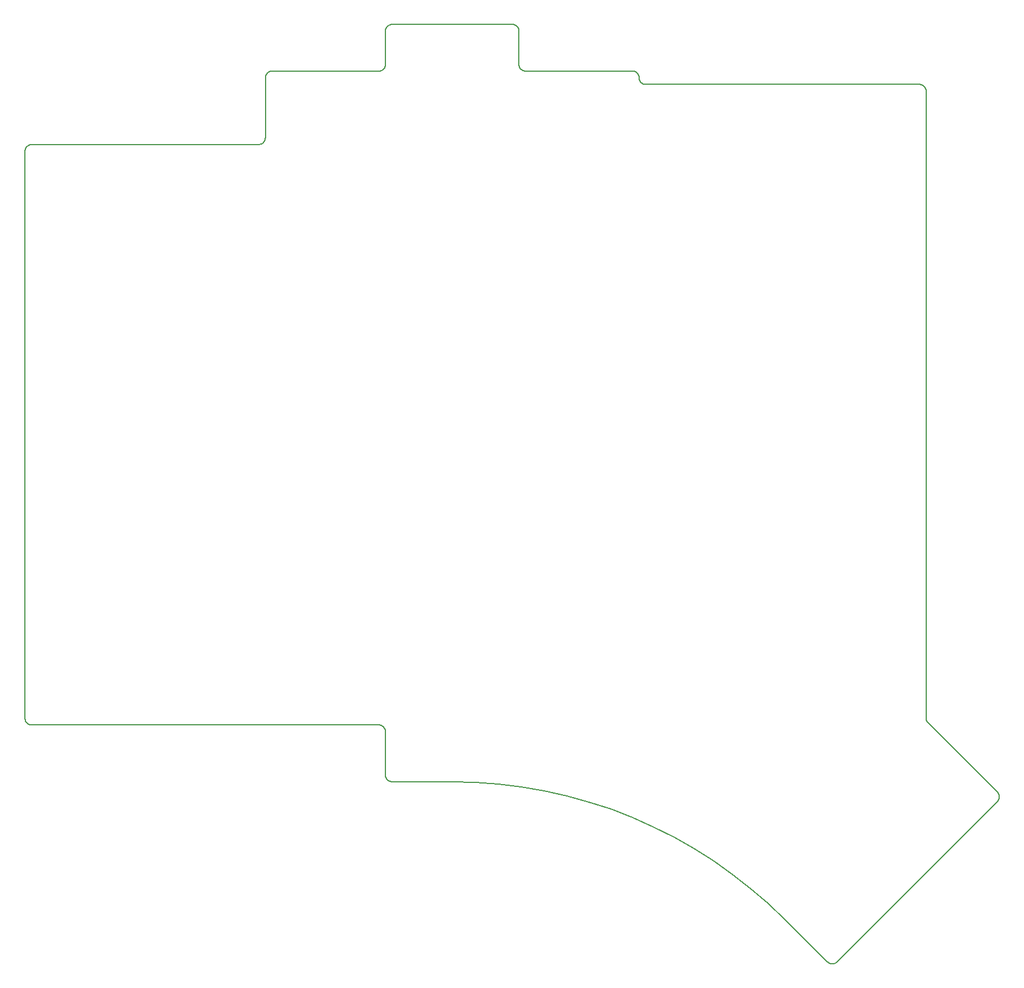
<source format=gm1>
G04 #@! TF.GenerationSoftware,KiCad,Pcbnew,5.99.0+really5.1.10+dfsg1-1*
G04 #@! TF.CreationDate,2021-12-23T16:25:37+00:00*
G04 #@! TF.ProjectId,pinanococ-keyboard,70696e61-6e6f-4636-9f63-2d6b6579626f,rev?*
G04 #@! TF.SameCoordinates,Original*
G04 #@! TF.FileFunction,Profile,NP*
%FSLAX46Y46*%
G04 Gerber Fmt 4.6, Leading zero omitted, Abs format (unit mm)*
G04 Created by KiCad (PCBNEW 5.99.0+really5.1.10+dfsg1-1) date 2021-12-23 16:25:37*
%MOMM*%
%LPD*%
G01*
G04 APERTURE LIST*
G04 #@! TA.AperFunction,Profile*
%ADD10C,0.200000*%
G04 #@! TD*
G04 APERTURE END LIST*
D10*
X114498800Y-31950941D02*
X114495200Y-31901990D01*
X114501200Y-32049060D02*
X114498800Y-31950941D01*
X114504800Y-32098010D02*
X114501200Y-32049060D01*
X114510800Y-32146730D02*
X114504800Y-32098010D01*
X114519200Y-32195080D02*
X114510800Y-32146730D01*
X114530000Y-32242970D02*
X114519200Y-32195080D01*
X114543100Y-32290280D02*
X114530000Y-32242970D01*
X114558500Y-32336880D02*
X114543100Y-32290280D01*
X114576100Y-32382680D02*
X114558500Y-32336880D01*
X114596000Y-32427550D02*
X114576100Y-32382680D01*
X114618100Y-32471390D02*
X114596000Y-32427550D01*
X114642300Y-32514100D02*
X114618100Y-32471390D01*
X114668500Y-32555560D02*
X114642300Y-32514100D01*
X114696800Y-32595690D02*
X114668500Y-32555560D01*
X114727000Y-32634380D02*
X114696800Y-32595690D01*
X114759100Y-32671550D02*
X114727000Y-32634380D01*
X114792900Y-32707090D02*
X114759100Y-32671550D01*
X114828400Y-32740940D02*
X114792900Y-32707090D01*
X114865600Y-32773010D02*
X114828400Y-32740940D01*
X114904300Y-32803210D02*
X114865600Y-32773010D01*
X114944401Y-32831470D02*
X114904300Y-32803210D01*
X114985900Y-32857730D02*
X114944401Y-32831470D01*
X115028600Y-32881910D02*
X114985900Y-32857730D01*
X115072400Y-32903980D02*
X115028600Y-32881910D01*
X115117300Y-32923870D02*
X115072400Y-32903980D01*
X115163100Y-32941540D02*
X115117300Y-32923870D01*
X115209701Y-32956940D02*
X115163100Y-32941540D01*
X115257001Y-32970021D02*
X115209701Y-32956940D01*
X115304900Y-32980770D02*
X115257001Y-32970021D01*
X115353300Y-32989171D02*
X115304900Y-32980770D01*
X115402001Y-32995180D02*
X115353300Y-32989171D01*
X115450900Y-32998791D02*
X115402001Y-32995180D01*
X115500000Y-33000000D02*
X115450900Y-32998791D01*
X156500000Y-33000000D02*
X115500000Y-33000000D01*
X156549100Y-33001205D02*
X156500000Y-33000000D01*
X156598000Y-33004822D02*
X156549100Y-33001205D01*
X156646700Y-33010834D02*
X156598000Y-33004822D01*
X156695100Y-33019226D02*
X156646700Y-33010834D01*
X156743000Y-33029984D02*
X156695100Y-33019226D01*
X156790300Y-33043060D02*
X156743000Y-33029984D01*
X156836900Y-33058456D02*
X156790300Y-33043060D01*
X156882700Y-33076126D02*
X156836900Y-33058456D01*
X156927600Y-33096024D02*
X156882700Y-33076126D01*
X156971400Y-33118088D02*
X156927600Y-33096024D01*
X157014100Y-33142273D02*
X156971400Y-33118088D01*
X157055600Y-33168533D02*
X157014100Y-33142273D01*
X157095700Y-33196793D02*
X157055600Y-33168533D01*
X157134400Y-33226990D02*
X157095700Y-33196793D01*
X157171600Y-33259064D02*
X157134400Y-33226990D01*
X157207100Y-33292908D02*
X157171600Y-33259064D01*
X157240900Y-33328445D02*
X157207100Y-33292908D01*
X157273000Y-33365616D02*
X157240900Y-33328445D01*
X157303200Y-33404312D02*
X157273000Y-33365616D01*
X157331500Y-33444443D02*
X157303200Y-33404312D01*
X157357700Y-33485901D02*
X157331500Y-33444443D01*
X157381900Y-33528610D02*
X157357700Y-33485901D01*
X157404000Y-33572449D02*
X157381900Y-33528610D01*
X157423900Y-33617325D02*
X157404000Y-33572449D01*
X157441500Y-33663116D02*
X157423900Y-33617325D01*
X157456900Y-33709717D02*
X157441500Y-33663116D01*
X157470000Y-33757034D02*
X157456900Y-33709717D01*
X157480800Y-33804916D02*
X157470000Y-33757034D01*
X157489200Y-33853271D02*
X157480800Y-33804916D01*
X157495200Y-33901993D02*
X157489200Y-33853271D01*
X157498800Y-33950943D02*
X157495200Y-33901993D01*
X157500000Y-34000000D02*
X157498800Y-33950943D01*
X157500000Y-128000000D02*
X157500000Y-34000000D01*
X157501200Y-128049100D02*
X157500000Y-128000000D01*
X157504800Y-128098000D02*
X157501200Y-128049100D01*
X157510800Y-128146700D02*
X157504800Y-128098000D01*
X157519200Y-128195100D02*
X157510800Y-128146700D01*
X157530000Y-128243000D02*
X157519200Y-128195100D01*
X157543100Y-128290300D02*
X157530000Y-128243000D01*
X157558500Y-128336900D02*
X157543100Y-128290300D01*
X157576100Y-128382700D02*
X157558500Y-128336900D01*
X157596000Y-128427600D02*
X157576100Y-128382700D01*
X157618100Y-128471400D02*
X157596000Y-128427600D01*
X157642300Y-128514100D02*
X157618100Y-128471400D01*
X157667300Y-128553600D02*
X157642300Y-128514100D01*
X168170800Y-139057000D02*
X157667300Y-128553600D01*
X168204700Y-139093000D02*
X168170800Y-139057000D01*
X168236700Y-139130000D02*
X168204700Y-139093000D01*
X168266900Y-139169000D02*
X168236700Y-139130000D01*
X168295200Y-139209000D02*
X168266900Y-139169000D01*
X168321400Y-139250000D02*
X168295200Y-139209000D01*
X168345600Y-139293000D02*
X168321400Y-139250000D01*
X168367700Y-139337000D02*
X168345600Y-139293000D01*
X168387600Y-139382000D02*
X168367700Y-139337000D01*
X168405300Y-139427000D02*
X168387600Y-139382000D01*
X168420700Y-139474000D02*
X168405300Y-139427000D01*
X168433700Y-139521000D02*
X168420700Y-139474000D01*
X168444500Y-139569000D02*
X168433700Y-139521000D01*
X168452900Y-139617000D02*
X168444500Y-139569000D01*
X168458900Y-139666000D02*
X168452900Y-139617000D01*
X168462500Y-139715000D02*
X168458900Y-139666000D01*
X168463700Y-139764000D02*
X168462500Y-139715000D01*
X168462500Y-139813000D02*
X168463700Y-139764000D01*
X168458900Y-139862000D02*
X168462500Y-139813000D01*
X168452900Y-139911000D02*
X168458900Y-139862000D01*
X168444500Y-139959000D02*
X168452900Y-139911000D01*
X168433700Y-140007000D02*
X168444500Y-139959000D01*
X168420700Y-140054000D02*
X168433700Y-140007000D01*
X168405300Y-140101000D02*
X168420700Y-140054000D01*
X168387600Y-140147000D02*
X168405300Y-140101000D01*
X168367700Y-140192000D02*
X168387600Y-140147000D01*
X168345600Y-140236000D02*
X168367700Y-140192000D01*
X168321400Y-140278000D02*
X168345600Y-140236000D01*
X168295200Y-140320000D02*
X168321400Y-140278000D01*
X168266900Y-140360000D02*
X168295200Y-140320000D01*
X168236700Y-140399000D02*
X168266900Y-140360000D01*
X168204700Y-140436000D02*
X168236700Y-140399000D01*
X168170800Y-140471000D02*
X168204700Y-140436000D01*
X144129200Y-164513000D02*
X168170800Y-140471000D01*
X144093600Y-164547000D02*
X144129200Y-164513000D01*
X144056500Y-164579000D02*
X144093600Y-164547000D01*
X144017800Y-164609000D02*
X144056500Y-164579000D01*
X143977600Y-164637000D02*
X144017800Y-164609000D01*
X143936200Y-164663999D02*
X143977600Y-164637000D01*
X143893500Y-164687999D02*
X143936200Y-164663999D01*
X143849600Y-164710000D02*
X143893500Y-164687999D01*
X143804800Y-164729999D02*
X143849600Y-164710000D01*
X143759000Y-164747000D02*
X143804800Y-164729999D01*
X143712400Y-164763000D02*
X143759000Y-164747000D01*
X143665100Y-164776000D02*
X143712400Y-164763000D01*
X143617200Y-164787000D02*
X143665100Y-164776000D01*
X143568800Y-164794999D02*
X143617200Y-164787000D01*
X143520100Y-164800999D02*
X143568800Y-164794999D01*
X143471100Y-164805000D02*
X143520100Y-164800999D01*
X143422100Y-164806000D02*
X143471100Y-164805000D01*
X143373000Y-164805000D02*
X143422100Y-164806000D01*
X143324100Y-164800999D02*
X143373000Y-164805000D01*
X143275400Y-164794999D02*
X143324100Y-164800999D01*
X143227000Y-164787000D02*
X143275400Y-164794999D01*
X143179100Y-164776000D02*
X143227000Y-164787000D01*
X143131800Y-164763000D02*
X143179100Y-164776000D01*
X143085200Y-164747000D02*
X143131800Y-164763000D01*
X143039400Y-164729999D02*
X143085200Y-164747000D01*
X142994500Y-164710000D02*
X143039400Y-164729999D01*
X142950700Y-164687999D02*
X142994500Y-164710000D01*
X142908000Y-164663999D02*
X142950700Y-164687999D01*
X142866500Y-164637000D02*
X142908000Y-164663999D01*
X142826400Y-164609000D02*
X142866500Y-164637000D01*
X142787700Y-164579000D02*
X142826400Y-164609000D01*
X142750500Y-164547000D02*
X142787700Y-164579000D01*
X142715000Y-164513000D02*
X142750500Y-164547000D01*
X136351240Y-158149000D02*
X142715000Y-164513000D01*
X133845030Y-155763000D02*
X136351240Y-158149000D01*
X131224731Y-153503000D02*
X133845030Y-155763000D01*
X128496810Y-151374000D02*
X131224731Y-153503000D01*
X125667760Y-149381000D02*
X128496810Y-151374000D01*
X122744230Y-147530000D02*
X125667760Y-149381000D01*
X119733300Y-145824000D02*
X122744230Y-147530000D01*
X116642700Y-144269000D02*
X119733300Y-145824000D01*
X113479300Y-142867000D02*
X116642700Y-144269000D01*
X110250700Y-141621000D02*
X113479300Y-142867000D01*
X106965100Y-140536000D02*
X110250700Y-141621000D01*
X103629900Y-139613000D02*
X106965100Y-140536000D01*
X100253900Y-138855000D02*
X103629900Y-139613000D01*
X96844600Y-138263000D02*
X100253900Y-138855000D01*
X93410300Y-137839000D02*
X96844600Y-138263000D01*
X89959300Y-137585000D02*
X93410300Y-137839000D01*
X86500000Y-137500000D02*
X89959300Y-137585000D01*
X77500000Y-137500000D02*
X86500000Y-137500000D01*
X77450900Y-137499000D02*
X77500000Y-137500000D01*
X77402000Y-137495000D02*
X77450900Y-137499000D01*
X77353300Y-137489000D02*
X77402000Y-137495000D01*
X77304900Y-137481000D02*
X77353300Y-137489000D01*
X77257000Y-137470000D02*
X77304900Y-137481000D01*
X77209700Y-137457000D02*
X77257000Y-137470000D01*
X77163100Y-137442000D02*
X77209700Y-137457000D01*
X77117300Y-137424000D02*
X77163100Y-137442000D01*
X77072400Y-137404000D02*
X77117300Y-137424000D01*
X77028600Y-137382000D02*
X77072400Y-137404000D01*
X76985900Y-137358000D02*
X77028600Y-137382000D01*
X76944400Y-137331000D02*
X76985900Y-137358000D01*
X76904300Y-137303000D02*
X76944400Y-137331000D01*
X76865600Y-137273000D02*
X76904300Y-137303000D01*
X76828400Y-137241000D02*
X76865600Y-137273000D01*
X76792900Y-137207000D02*
X76828400Y-137241000D01*
X76759100Y-137172000D02*
X76792900Y-137207000D01*
X76727000Y-137134000D02*
X76759100Y-137172000D01*
X76696800Y-137096000D02*
X76727000Y-137134000D01*
X76668500Y-137056000D02*
X76696800Y-137096000D01*
X76642300Y-137014000D02*
X76668500Y-137056000D01*
X76618100Y-136971000D02*
X76642300Y-137014000D01*
X76596000Y-136928000D02*
X76618100Y-136971000D01*
X76576100Y-136883000D02*
X76596000Y-136928000D01*
X76558500Y-136837000D02*
X76576100Y-136883000D01*
X76543100Y-136790000D02*
X76558500Y-136837000D01*
X76530000Y-136743000D02*
X76543100Y-136790000D01*
X76519200Y-136695000D02*
X76530000Y-136743000D01*
X76510800Y-136647000D02*
X76519200Y-136695000D01*
X76504800Y-136598000D02*
X76510800Y-136647000D01*
X76501200Y-136549000D02*
X76504800Y-136598000D01*
X76500000Y-136500000D02*
X76501200Y-136549000D01*
X76500000Y-130000000D02*
X76500000Y-136500000D01*
X76498800Y-129950900D02*
X76500000Y-130000000D01*
X76495200Y-129902000D02*
X76498800Y-129950900D01*
X76489200Y-129853300D02*
X76495200Y-129902000D01*
X76480800Y-129804900D02*
X76489200Y-129853300D01*
X76470000Y-129757000D02*
X76480800Y-129804900D01*
X76456900Y-129709700D02*
X76470000Y-129757000D01*
X76441500Y-129663100D02*
X76456900Y-129709700D01*
X76423900Y-129617300D02*
X76441500Y-129663100D01*
X76404000Y-129572400D02*
X76423900Y-129617300D01*
X76381900Y-129528600D02*
X76404000Y-129572400D01*
X76357700Y-129485900D02*
X76381900Y-129528600D01*
X76331500Y-129444400D02*
X76357700Y-129485900D01*
X76303200Y-129404300D02*
X76331500Y-129444400D01*
X76273000Y-129365600D02*
X76303200Y-129404300D01*
X76240900Y-129328400D02*
X76273000Y-129365600D01*
X76207100Y-129292900D02*
X76240900Y-129328400D01*
X76171600Y-129259100D02*
X76207100Y-129292900D01*
X76134400Y-129227000D02*
X76171600Y-129259100D01*
X76095700Y-129196800D02*
X76134400Y-129227000D01*
X76055600Y-129168500D02*
X76095700Y-129196800D01*
X76014100Y-129142300D02*
X76055600Y-129168500D01*
X75971400Y-129118100D02*
X76014100Y-129142300D01*
X75927600Y-129096000D02*
X75971400Y-129118100D01*
X75882700Y-129076100D02*
X75927600Y-129096000D01*
X75836900Y-129058500D02*
X75882700Y-129076100D01*
X75790300Y-129043100D02*
X75836900Y-129058500D01*
X75743000Y-129030000D02*
X75790300Y-129043100D01*
X75695100Y-129019200D02*
X75743000Y-129030000D01*
X75646700Y-129010800D02*
X75695100Y-129019200D01*
X75598000Y-129004800D02*
X75646700Y-129010800D01*
X75549100Y-129001200D02*
X75598000Y-129004800D01*
X75500000Y-129000000D02*
X75549100Y-129001200D01*
X23500000Y-129000000D02*
X75500000Y-129000000D01*
X23451000Y-128998800D02*
X23500000Y-129000000D01*
X23402000Y-128995200D02*
X23451000Y-128998800D01*
X23353000Y-128989200D02*
X23402000Y-128995200D01*
X23305000Y-128980800D02*
X23353000Y-128989200D01*
X23257000Y-128970000D02*
X23305000Y-128980800D01*
X23210000Y-128956900D02*
X23257000Y-128970000D01*
X23163000Y-128941500D02*
X23210000Y-128956900D01*
X23117000Y-128923900D02*
X23163000Y-128941500D01*
X23072000Y-128904000D02*
X23117000Y-128923900D01*
X23029000Y-128881900D02*
X23072000Y-128904000D01*
X22986000Y-128857700D02*
X23029000Y-128881900D01*
X22944000Y-128831500D02*
X22986000Y-128857700D01*
X22904000Y-128803200D02*
X22944000Y-128831500D01*
X22866000Y-128773000D02*
X22904000Y-128803200D01*
X22828000Y-128740900D02*
X22866000Y-128773000D01*
X22793000Y-128707100D02*
X22828000Y-128740900D01*
X22759000Y-128671600D02*
X22793000Y-128707100D01*
X22727000Y-128634400D02*
X22759000Y-128671600D01*
X22697000Y-128595700D02*
X22727000Y-128634400D01*
X22669000Y-128555600D02*
X22697000Y-128595700D01*
X22642000Y-128514100D02*
X22669000Y-128555600D01*
X22618000Y-128471400D02*
X22642000Y-128514100D01*
X22596000Y-128427600D02*
X22618000Y-128471400D01*
X22576000Y-128382700D02*
X22596000Y-128427600D01*
X22558000Y-128336900D02*
X22576000Y-128382700D01*
X22543000Y-128290300D02*
X22558000Y-128336900D01*
X22530000Y-128243000D02*
X22543000Y-128290300D01*
X22519000Y-128195100D02*
X22530000Y-128243000D01*
X22511000Y-128146700D02*
X22519000Y-128195100D01*
X22505000Y-128098000D02*
X22511000Y-128146700D01*
X22501000Y-128049100D02*
X22505000Y-128098000D01*
X22500000Y-128000000D02*
X22501000Y-128049100D01*
X22500000Y-43000000D02*
X22500000Y-128000000D01*
X22501000Y-42950940D02*
X22500000Y-43000000D01*
X22505000Y-42901990D02*
X22501000Y-42950940D01*
X22511000Y-42853270D02*
X22505000Y-42901990D01*
X22519000Y-42804920D02*
X22511000Y-42853270D01*
X22530000Y-42757030D02*
X22519000Y-42804920D01*
X22543000Y-42709720D02*
X22530000Y-42757030D01*
X22558000Y-42663120D02*
X22543000Y-42709720D01*
X22576000Y-42617320D02*
X22558000Y-42663120D01*
X22596000Y-42572450D02*
X22576000Y-42617320D01*
X22618000Y-42528610D02*
X22596000Y-42572450D01*
X22642000Y-42485900D02*
X22618000Y-42528610D01*
X22669000Y-42444440D02*
X22642000Y-42485900D01*
X22697000Y-42404310D02*
X22669000Y-42444440D01*
X22727000Y-42365620D02*
X22697000Y-42404310D01*
X22759000Y-42328450D02*
X22727000Y-42365620D01*
X22793000Y-42292909D02*
X22759000Y-42328450D01*
X22828000Y-42259060D02*
X22793000Y-42292909D01*
X22866000Y-42226990D02*
X22828000Y-42259060D01*
X22904000Y-42196790D02*
X22866000Y-42226990D01*
X22944000Y-42168530D02*
X22904000Y-42196790D01*
X22986000Y-42142270D02*
X22944000Y-42168530D01*
X23029000Y-42118090D02*
X22986000Y-42142270D01*
X23072000Y-42096019D02*
X23029000Y-42118090D01*
X23117000Y-42076129D02*
X23072000Y-42096019D01*
X23163000Y-42058460D02*
X23117000Y-42076129D01*
X23210000Y-42043060D02*
X23163000Y-42058460D01*
X23257000Y-42029980D02*
X23210000Y-42043060D01*
X23305000Y-42019230D02*
X23257000Y-42029980D01*
X23353000Y-42010830D02*
X23305000Y-42019230D01*
X23402000Y-42004820D02*
X23353000Y-42010830D01*
X23451000Y-42001210D02*
X23402000Y-42004820D01*
X23500000Y-42000000D02*
X23451000Y-42001210D01*
X57500000Y-42000000D02*
X23500000Y-42000000D01*
X57549100Y-41998790D02*
X57500000Y-42000000D01*
X57598000Y-41995180D02*
X57549100Y-41998790D01*
X57646700Y-41989170D02*
X57598000Y-41995180D01*
X57695100Y-41980770D02*
X57646700Y-41989170D01*
X57743000Y-41970020D02*
X57695100Y-41980770D01*
X57790300Y-41956940D02*
X57743000Y-41970020D01*
X57836900Y-41941540D02*
X57790300Y-41956940D01*
X57882700Y-41923870D02*
X57836900Y-41941540D01*
X57927600Y-41903980D02*
X57882700Y-41923870D01*
X57971400Y-41881910D02*
X57927600Y-41903980D01*
X58014100Y-41857730D02*
X57971400Y-41881910D01*
X58055600Y-41831470D02*
X58014100Y-41857730D01*
X58095700Y-41803210D02*
X58055600Y-41831470D01*
X58134400Y-41773010D02*
X58095700Y-41803210D01*
X58171600Y-41740940D02*
X58134400Y-41773010D01*
X58207100Y-41707090D02*
X58171600Y-41740940D01*
X58240900Y-41671550D02*
X58207100Y-41707090D01*
X58273000Y-41634380D02*
X58240900Y-41671550D01*
X58303200Y-41595690D02*
X58273000Y-41634380D01*
X58331500Y-41555560D02*
X58303200Y-41595690D01*
X58357700Y-41514100D02*
X58331500Y-41555560D01*
X58381900Y-41471390D02*
X58357700Y-41514100D01*
X58404000Y-41427550D02*
X58381900Y-41471390D01*
X58423900Y-41382680D02*
X58404000Y-41427550D01*
X58441500Y-41336880D02*
X58423900Y-41382680D01*
X58456900Y-41290280D02*
X58441500Y-41336880D01*
X58470000Y-41242970D02*
X58456900Y-41290280D01*
X58480800Y-41195080D02*
X58470000Y-41242970D01*
X58489200Y-41146730D02*
X58480800Y-41195080D01*
X58495200Y-41098010D02*
X58489200Y-41146730D01*
X58498800Y-41049060D02*
X58495200Y-41098010D01*
X58500000Y-41000000D02*
X58498800Y-41049060D01*
X58500000Y-32000000D02*
X58500000Y-41000000D01*
X58501200Y-31950941D02*
X58500000Y-32000000D01*
X58504800Y-31901990D02*
X58501200Y-31950941D01*
X58510800Y-31853270D02*
X58504800Y-31901990D01*
X58519200Y-31804920D02*
X58510800Y-31853270D01*
X58530000Y-31757030D02*
X58519200Y-31804920D01*
X58543100Y-31709720D02*
X58530000Y-31757030D01*
X58558500Y-31663120D02*
X58543100Y-31709720D01*
X58576100Y-31617320D02*
X58558500Y-31663120D01*
X58596000Y-31572450D02*
X58576100Y-31617320D01*
X58618100Y-31528610D02*
X58596000Y-31572450D01*
X58642300Y-31485900D02*
X58618100Y-31528610D01*
X58668500Y-31444440D02*
X58642300Y-31485900D01*
X58696800Y-31404310D02*
X58668500Y-31444440D01*
X58727000Y-31365620D02*
X58696800Y-31404310D01*
X58759100Y-31328450D02*
X58727000Y-31365620D01*
X58792900Y-31292910D02*
X58759100Y-31328450D01*
X58828400Y-31259060D02*
X58792900Y-31292910D01*
X58865600Y-31226990D02*
X58828400Y-31259060D01*
X58904300Y-31196790D02*
X58865600Y-31226990D01*
X58944400Y-31168530D02*
X58904300Y-31196790D01*
X58985900Y-31142270D02*
X58944400Y-31168530D01*
X59028600Y-31118090D02*
X58985900Y-31142270D01*
X59072400Y-31096020D02*
X59028600Y-31118090D01*
X59117300Y-31076130D02*
X59072400Y-31096020D01*
X59163100Y-31058460D02*
X59117300Y-31076130D01*
X59209700Y-31043060D02*
X59163100Y-31058460D01*
X59257000Y-31029980D02*
X59209700Y-31043060D01*
X59304900Y-31019230D02*
X59257000Y-31029980D01*
X59353300Y-31010830D02*
X59304900Y-31019230D01*
X59402000Y-31004820D02*
X59353300Y-31010830D01*
X59450900Y-31001210D02*
X59402000Y-31004820D01*
X59500000Y-31000000D02*
X59450900Y-31001210D01*
X75500000Y-31000000D02*
X59500000Y-31000000D01*
X75549100Y-30998790D02*
X75500000Y-31000000D01*
X75598000Y-30995180D02*
X75549100Y-30998790D01*
X75646700Y-30989170D02*
X75598000Y-30995180D01*
X75695100Y-30980770D02*
X75646700Y-30989170D01*
X75743000Y-30970020D02*
X75695100Y-30980770D01*
X75790300Y-30956940D02*
X75743000Y-30970020D01*
X75836900Y-30941540D02*
X75790300Y-30956940D01*
X75882700Y-30923870D02*
X75836900Y-30941540D01*
X75927600Y-30903980D02*
X75882700Y-30923870D01*
X75971400Y-30881910D02*
X75927600Y-30903980D01*
X76014100Y-30857730D02*
X75971400Y-30881910D01*
X76055600Y-30831470D02*
X76014100Y-30857730D01*
X76095700Y-30803210D02*
X76055600Y-30831470D01*
X76134400Y-30773010D02*
X76095700Y-30803210D01*
X76171600Y-30740940D02*
X76134400Y-30773010D01*
X76207100Y-30707090D02*
X76171600Y-30740940D01*
X76240900Y-30671550D02*
X76207100Y-30707090D01*
X76273000Y-30634380D02*
X76240900Y-30671550D01*
X76303200Y-30595690D02*
X76273000Y-30634380D01*
X76331500Y-30555560D02*
X76303200Y-30595690D01*
X76357700Y-30514100D02*
X76331500Y-30555560D01*
X76381900Y-30471390D02*
X76357700Y-30514100D01*
X76404000Y-30427550D02*
X76381900Y-30471390D01*
X76423900Y-30382680D02*
X76404000Y-30427550D01*
X76441500Y-30336880D02*
X76423900Y-30382680D01*
X76456900Y-30290280D02*
X76441500Y-30336880D01*
X76470000Y-30242970D02*
X76456900Y-30290280D01*
X76480800Y-30195080D02*
X76470000Y-30242970D01*
X76489200Y-30146730D02*
X76480800Y-30195080D01*
X76495200Y-30098010D02*
X76489200Y-30146730D01*
X76498800Y-30049060D02*
X76495200Y-30098010D01*
X76500000Y-30000000D02*
X76498800Y-30049060D01*
X76500000Y-25000000D02*
X76500000Y-30000000D01*
X76501200Y-24950940D02*
X76500000Y-25000000D01*
X76504800Y-24901990D02*
X76501200Y-24950940D01*
X76510800Y-24853270D02*
X76504800Y-24901990D01*
X76519200Y-24804920D02*
X76510800Y-24853270D01*
X76530000Y-24757030D02*
X76519200Y-24804920D01*
X76543100Y-24709720D02*
X76530000Y-24757030D01*
X76558500Y-24663120D02*
X76543100Y-24709720D01*
X76576100Y-24617320D02*
X76558500Y-24663120D01*
X76596000Y-24572450D02*
X76576100Y-24617320D01*
X76618100Y-24528610D02*
X76596000Y-24572450D01*
X76642300Y-24485900D02*
X76618100Y-24528610D01*
X76668500Y-24444440D02*
X76642300Y-24485900D01*
X76696800Y-24404310D02*
X76668500Y-24444440D01*
X76727000Y-24365620D02*
X76696800Y-24404310D01*
X76759100Y-24328450D02*
X76727000Y-24365620D01*
X76792900Y-24292910D02*
X76759100Y-24328450D01*
X76828400Y-24259060D02*
X76792900Y-24292910D01*
X76865600Y-24226990D02*
X76828400Y-24259060D01*
X76904300Y-24196790D02*
X76865600Y-24226990D01*
X76944400Y-24168530D02*
X76904300Y-24196790D01*
X76985900Y-24142270D02*
X76944400Y-24168530D01*
X77028600Y-24118090D02*
X76985900Y-24142270D01*
X77072400Y-24096020D02*
X77028600Y-24118090D01*
X77117300Y-24076130D02*
X77072400Y-24096020D01*
X77163100Y-24058460D02*
X77117300Y-24076130D01*
X77209700Y-24043060D02*
X77163100Y-24058460D01*
X77257000Y-24029980D02*
X77209700Y-24043060D01*
X77304900Y-24019230D02*
X77257000Y-24029980D01*
X77353300Y-24010830D02*
X77304900Y-24019230D01*
X77402000Y-24004820D02*
X77353300Y-24010830D01*
X77450900Y-24001210D02*
X77402000Y-24004820D01*
X77500000Y-24000000D02*
X77450900Y-24001210D01*
X95500000Y-24000000D02*
X77500000Y-24000000D01*
X95549100Y-24001210D02*
X95500000Y-24000000D01*
X95598000Y-24004820D02*
X95549100Y-24001210D01*
X95646700Y-24010830D02*
X95598000Y-24004820D01*
X95695100Y-24019230D02*
X95646700Y-24010830D01*
X95743000Y-24029980D02*
X95695100Y-24019230D01*
X95790300Y-24043060D02*
X95743000Y-24029980D01*
X95836900Y-24058460D02*
X95790300Y-24043060D01*
X95882700Y-24076130D02*
X95836900Y-24058460D01*
X95927600Y-24096020D02*
X95882700Y-24076130D01*
X95971400Y-24118090D02*
X95927600Y-24096020D01*
X96014100Y-24142270D02*
X95971400Y-24118090D01*
X96055600Y-24168530D02*
X96014100Y-24142270D01*
X96095700Y-24196790D02*
X96055600Y-24168530D01*
X96134400Y-24226990D02*
X96095700Y-24196790D01*
X96171600Y-24259060D02*
X96134400Y-24226990D01*
X96207100Y-24292910D02*
X96171600Y-24259060D01*
X96240900Y-24328450D02*
X96207100Y-24292910D01*
X96273000Y-24365620D02*
X96240900Y-24328450D01*
X96303200Y-24404310D02*
X96273000Y-24365620D01*
X96331500Y-24444440D02*
X96303200Y-24404310D01*
X96357700Y-24485900D02*
X96331500Y-24444440D01*
X96381900Y-24528610D02*
X96357700Y-24485900D01*
X96404000Y-24572450D02*
X96381900Y-24528610D01*
X96423900Y-24617320D02*
X96404000Y-24572450D01*
X96441500Y-24663120D02*
X96423900Y-24617320D01*
X96456900Y-24709720D02*
X96441500Y-24663120D01*
X96470000Y-24757030D02*
X96456900Y-24709720D01*
X96480800Y-24804920D02*
X96470000Y-24757030D01*
X96489200Y-24853270D02*
X96480800Y-24804920D01*
X96495200Y-24901990D02*
X96489200Y-24853270D01*
X96498800Y-24950940D02*
X96495200Y-24901990D01*
X96500000Y-25000000D02*
X96498800Y-24950940D01*
X96500000Y-30000000D02*
X96500000Y-25000000D01*
X96501200Y-30049060D02*
X96500000Y-30000000D01*
X96504800Y-30098010D02*
X96501200Y-30049060D01*
X96510800Y-30146730D02*
X96504800Y-30098010D01*
X96519200Y-30195080D02*
X96510800Y-30146730D01*
X96530000Y-30242970D02*
X96519200Y-30195080D01*
X96543100Y-30290280D02*
X96530000Y-30242970D01*
X96558500Y-30336880D02*
X96543100Y-30290280D01*
X96576100Y-30382680D02*
X96558500Y-30336880D01*
X96596000Y-30427550D02*
X96576100Y-30382680D01*
X96618100Y-30471390D02*
X96596000Y-30427550D01*
X96642300Y-30514100D02*
X96618100Y-30471390D01*
X96668500Y-30555560D02*
X96642300Y-30514100D01*
X96696800Y-30595690D02*
X96668500Y-30555560D01*
X96727000Y-30634380D02*
X96696800Y-30595690D01*
X96759100Y-30671550D02*
X96727000Y-30634380D01*
X96792900Y-30707090D02*
X96759100Y-30671550D01*
X96828400Y-30740940D02*
X96792900Y-30707090D01*
X96865600Y-30773010D02*
X96828400Y-30740940D01*
X96904300Y-30803210D02*
X96865600Y-30773010D01*
X96944400Y-30831470D02*
X96904300Y-30803210D01*
X96985900Y-30857730D02*
X96944400Y-30831470D01*
X97028600Y-30881910D02*
X96985900Y-30857730D01*
X97072400Y-30903980D02*
X97028600Y-30881910D01*
X97117300Y-30923870D02*
X97072400Y-30903980D01*
X97163100Y-30941540D02*
X97117300Y-30923870D01*
X97209700Y-30956940D02*
X97163100Y-30941540D01*
X97257000Y-30970020D02*
X97209700Y-30956940D01*
X97304900Y-30980770D02*
X97257000Y-30970020D01*
X97353300Y-30989170D02*
X97304900Y-30980770D01*
X97402000Y-30995180D02*
X97353300Y-30989170D01*
X97450900Y-30998790D02*
X97402000Y-30995180D01*
X97500000Y-31000000D02*
X97450900Y-30998790D01*
X113500000Y-31000000D02*
X97500000Y-31000000D01*
X113549100Y-31001210D02*
X113500000Y-31000000D01*
X113598000Y-31004820D02*
X113549100Y-31001210D01*
X113646700Y-31010830D02*
X113598000Y-31004820D01*
X113695100Y-31019230D02*
X113646700Y-31010830D01*
X113743000Y-31029980D02*
X113695100Y-31019230D01*
X113790300Y-31043060D02*
X113743000Y-31029980D01*
X113836900Y-31058460D02*
X113790300Y-31043060D01*
X113882700Y-31076130D02*
X113836900Y-31058460D01*
X113927600Y-31096020D02*
X113882700Y-31076130D01*
X113971400Y-31118090D02*
X113927600Y-31096020D01*
X114014100Y-31142270D02*
X113971400Y-31118090D01*
X114055600Y-31168530D02*
X114014100Y-31142270D01*
X114095700Y-31196790D02*
X114055600Y-31168530D01*
X114134400Y-31226990D02*
X114095700Y-31196790D01*
X114171600Y-31259060D02*
X114134400Y-31226990D01*
X114207100Y-31292910D02*
X114171600Y-31259060D01*
X114240900Y-31328450D02*
X114207100Y-31292910D01*
X114273000Y-31365620D02*
X114240900Y-31328450D01*
X114303200Y-31404310D02*
X114273000Y-31365620D01*
X114331500Y-31444440D02*
X114303200Y-31404310D01*
X114357700Y-31485900D02*
X114331500Y-31444440D01*
X114381900Y-31528610D02*
X114357700Y-31485900D01*
X114404000Y-31572450D02*
X114381900Y-31528610D01*
X114423900Y-31617320D02*
X114404000Y-31572450D01*
X114441500Y-31663120D02*
X114423900Y-31617320D01*
X114456900Y-31709720D02*
X114441500Y-31663120D01*
X114470000Y-31757030D02*
X114456900Y-31709720D01*
X114480800Y-31804920D02*
X114470000Y-31757030D01*
X114489200Y-31853270D02*
X114480800Y-31804920D01*
X114495200Y-31901990D02*
X114489200Y-31853270D01*
M02*

</source>
